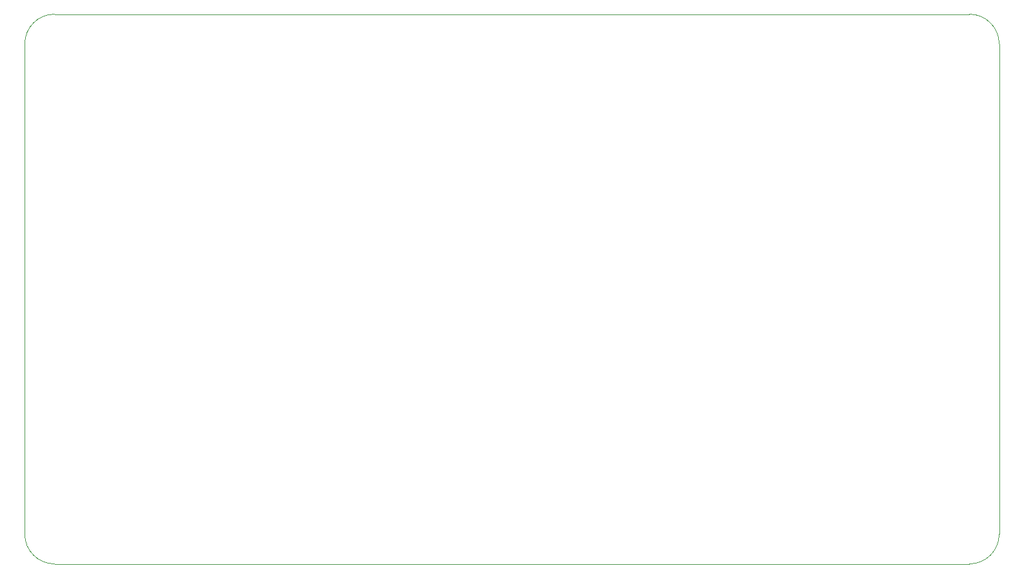
<source format=gbr>
%TF.GenerationSoftware,KiCad,Pcbnew,7.0.10*%
%TF.CreationDate,2024-01-30T18:20:02-08:00*%
%TF.ProjectId,pcb-1,7063622d-312e-46b6-9963-61645f706362,rev?*%
%TF.SameCoordinates,Original*%
%TF.FileFunction,Profile,NP*%
%FSLAX46Y46*%
G04 Gerber Fmt 4.6, Leading zero omitted, Abs format (unit mm)*
G04 Created by KiCad (PCBNEW 7.0.10) date 2024-01-30 18:20:02*
%MOMM*%
%LPD*%
G01*
G04 APERTURE LIST*
%TA.AperFunction,Profile*%
%ADD10C,0.100000*%
%TD*%
G04 APERTURE END LIST*
D10*
X203000000Y-135000000D02*
X80000000Y-135000000D01*
X80000000Y-61000000D02*
G75*
G03*
X76000000Y-65000000I0J-4000000D01*
G01*
X207000000Y-65000000D02*
X207000000Y-131000000D01*
X76000000Y-131000000D02*
X76000000Y-65000000D01*
X203000000Y-135000000D02*
G75*
G03*
X207000000Y-131000000I0J4000000D01*
G01*
X80000000Y-61000000D02*
X203000000Y-61000000D01*
X76000000Y-131000000D02*
G75*
G03*
X80000000Y-135000000I4000000J0D01*
G01*
X207000000Y-65000000D02*
G75*
G03*
X203000000Y-61000000I-4000000J0D01*
G01*
M02*

</source>
